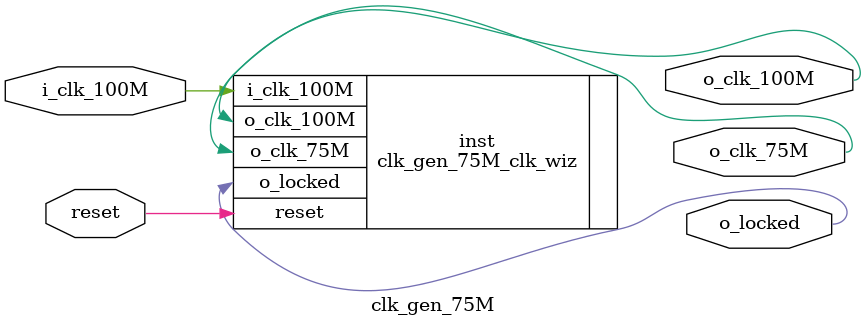
<source format=v>


`timescale 1ps/1ps

(* CORE_GENERATION_INFO = "clk_gen_75M,clk_wiz_v6_0_4_0_0,{component_name=clk_gen_75M,use_phase_alignment=true,use_min_o_jitter=false,use_max_i_jitter=false,use_dyn_phase_shift=false,use_inclk_switchover=false,use_dyn_reconfig=false,enable_axi=0,feedback_source=FDBK_AUTO,PRIMITIVE=MMCM,num_out_clk=2,clkin1_period=10.000,clkin2_period=10.000,use_power_down=false,use_reset=true,use_locked=true,use_inclk_stopped=false,feedback_type=SINGLE,CLOCK_MGR_TYPE=NA,manual_override=false}" *)

module clk_gen_75M 
 (
  // Clock out ports
  output        o_clk_100M,
  output        o_clk_75M,
  // Status and control signals
  input         reset,
  output        o_locked,
 // Clock in ports
  input         i_clk_100M
 );

  clk_gen_75M_clk_wiz inst
  (
  // Clock out ports  
  .o_clk_100M(o_clk_100M),
  .o_clk_75M(o_clk_75M),
  // Status and control signals               
  .reset(reset), 
  .o_locked(o_locked),
 // Clock in ports
  .i_clk_100M(i_clk_100M)
  );

endmodule

</source>
